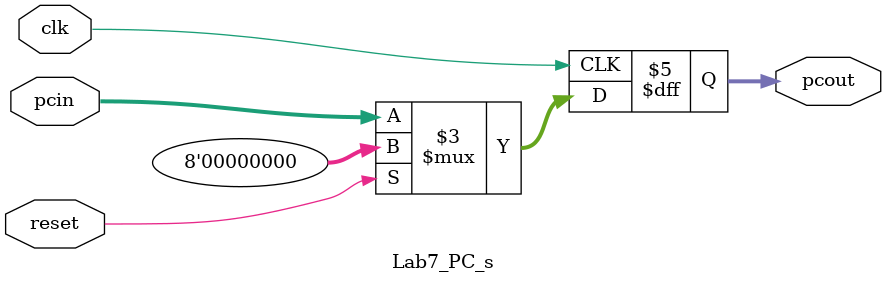
<source format=v>
module Lab7_PC_s(clk, reset, pcin,pcout);
	input clk;
	input reset;
	
	
	input [7:0] pcin;
	output reg [7:0] pcout;
	
	
	
	always @(posedge clk)
	begin
		if(reset)
			pcout = 8'd0;
		else
			pcout = pcin;
	end
			
endmodule
</source>
